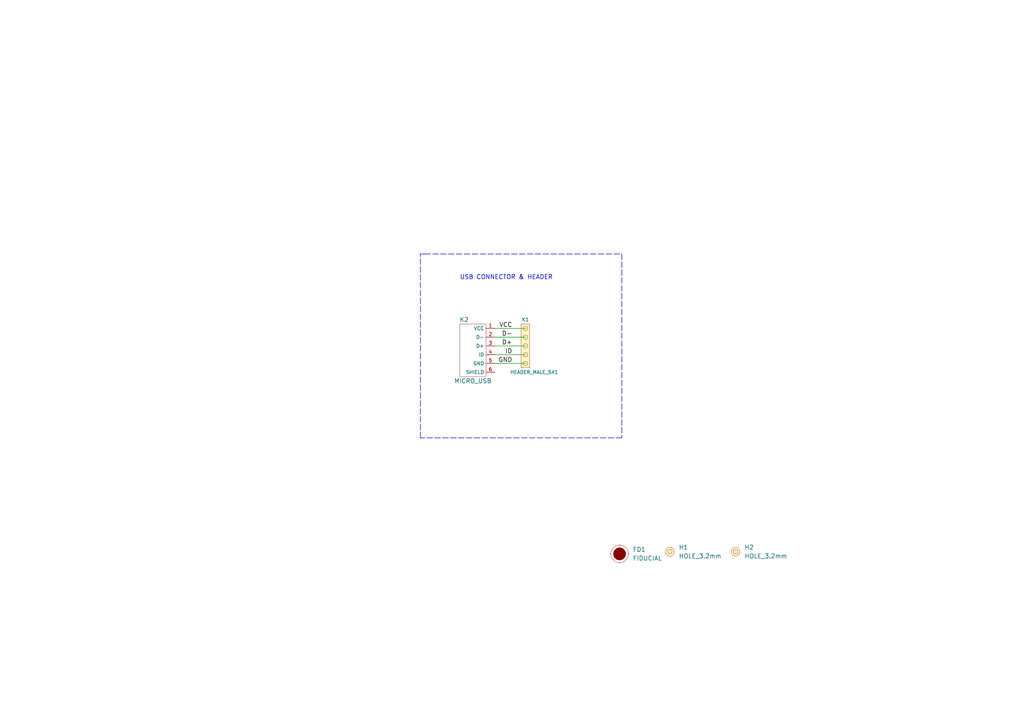
<source format=kicad_sch>
(kicad_sch (version 20210621) (generator eeschema)

  (uuid 9046809a-acba-44e3-93e3-83309058202b)

  (paper "A4")

  (title_block
    (title "Micro USB breakout")
    (date "2021-07-06")
    (rev "V1.1.1.")
    (company "SOLDERED")
    (comment 1 "333010")
  )

  (lib_symbols
    (symbol "e-radionica.com schematics:FIDUCIAL" (in_bom no) (on_board yes)
      (property "Reference" "FD" (id 0) (at 0 3.81 0)
        (effects (font (size 1.27 1.27)))
      )
      (property "Value" "FIDUCIAL" (id 1) (at 0 -3.81 0)
        (effects (font (size 1.27 1.27)))
      )
      (property "Footprint" "e-radionica.com footprinti:FIDUCIAL_23" (id 2) (at 0.254 -5.334 0)
        (effects (font (size 1.27 1.27)) hide)
      )
      (property "Datasheet" "" (id 3) (at 0 0 0)
        (effects (font (size 1.27 1.27)) hide)
      )
      (symbol "FIDUCIAL_0_1"
        (circle (center 0 0) (radius 2.54) (stroke (width 0.0006)) (fill (type none)))
        (circle (center 0 0) (radius 1.7961) (stroke (width 0.001)) (fill (type outline)))
        (polyline
          (pts
            (xy -2.54 0)
            (xy -2.794 0)
          )
          (stroke (width 0.0006)) (fill (type none))
        )
        (polyline
          (pts
            (xy 0 -2.54)
            (xy 0 -2.794)
          )
          (stroke (width 0.0006)) (fill (type none))
        )
        (polyline
          (pts
            (xy 0 2.54)
            (xy 0 2.794)
          )
          (stroke (width 0.0006)) (fill (type none))
        )
        (polyline
          (pts
            (xy 2.54 0)
            (xy 2.794 0)
          )
          (stroke (width 0.0006)) (fill (type none))
        )
      )
    )
    (symbol "e-radionica.com schematics:HEADER_MALE_5X1" (pin_numbers hide) (pin_names hide) (in_bom yes) (on_board yes)
      (property "Reference" "K" (id 0) (at -0.635 7.62 0)
        (effects (font (size 1 1)))
      )
      (property "Value" "HEADER_MALE_5X1" (id 1) (at 0.635 -7.62 0)
        (effects (font (size 1 1)))
      )
      (property "Footprint" "e-radionica.com footprinti:HEADER_MALE_5X1" (id 2) (at 0 0 0)
        (effects (font (size 1 1)) hide)
      )
      (property "Datasheet" "" (id 3) (at 0 0 0)
        (effects (font (size 1 1)) hide)
      )
      (symbol "HEADER_MALE_5X1_0_1"
        (circle (center 0 -5.08) (radius 0.635) (stroke (width 0.0006)) (fill (type none)))
        (circle (center 0 -2.54) (radius 0.635) (stroke (width 0.0006)) (fill (type none)))
        (circle (center 0 0) (radius 0.635) (stroke (width 0.0006)) (fill (type none)))
        (circle (center 0 2.54) (radius 0.635) (stroke (width 0.0006)) (fill (type none)))
        (circle (center 0 5.08) (radius 0.635) (stroke (width 0.0006)) (fill (type none)))
        (rectangle (start -1.27 6.35) (end 1.27 -6.35)
          (stroke (width 0.001)) (fill (type background))
        )
      )
      (symbol "HEADER_MALE_5X1_1_1"
        (pin passive line (at 0 -5.08 180) (length 0)
          (name "~" (effects (font (size 1 1))))
          (number "1" (effects (font (size 1 1))))
        )
        (pin passive line (at 0 -2.54 180) (length 0)
          (name "~" (effects (font (size 1 1))))
          (number "2" (effects (font (size 1 1))))
        )
        (pin passive line (at 0 0 180) (length 0)
          (name "~" (effects (font (size 1 1))))
          (number "3" (effects (font (size 1 1))))
        )
        (pin passive line (at 0 2.54 180) (length 0)
          (name "~" (effects (font (size 1 1))))
          (number "4" (effects (font (size 1 1))))
        )
        (pin passive line (at 0 5.08 180) (length 0)
          (name "~" (effects (font (size 0.991 0.991))))
          (number "5" (effects (font (size 0.991 0.991))))
        )
      )
    )
    (symbol "e-radionica.com schematics:HOLE_3.2mm" (pin_numbers hide) (pin_names hide) (in_bom yes) (on_board yes)
      (property "Reference" "H" (id 0) (at 0 2.54 0)
        (effects (font (size 1.27 1.27)))
      )
      (property "Value" "HOLE_3.2mm" (id 1) (at 0 -2.54 0)
        (effects (font (size 1.27 1.27)))
      )
      (property "Footprint" "e-radionica.com footprinti:HOLE_3.2mm" (id 2) (at 0 0 0)
        (effects (font (size 1.27 1.27)) hide)
      )
      (property "Datasheet" "" (id 3) (at 0 0 0)
        (effects (font (size 1.27 1.27)) hide)
      )
      (symbol "HOLE_3.2mm_0_1"
        (circle (center 0 0) (radius 0.635) (stroke (width 0.0006)) (fill (type none)))
        (circle (center 0 0) (radius 1.27) (stroke (width 0.001)) (fill (type background)))
      )
    )
    (symbol "e-radionica.com schematics:MICRO_USB" (in_bom yes) (on_board yes)
      (property "Reference" "K" (id 0) (at 0 -8.89 0)
        (effects (font (size 1.27 1.27)))
      )
      (property "Value" "MICRO_USB" (id 1) (at 0 10.16 0)
        (effects (font (size 1.27 1.27)))
      )
      (property "Footprint" "e-radionica.com footprinti:MICRO_USB" (id 2) (at 3.81 0 0)
        (effects (font (size 1.27 1.27)) hide)
      )
      (property "Datasheet" "" (id 3) (at 3.81 0 0)
        (effects (font (size 1.27 1.27)) hide)
      )
      (symbol "MICRO_USB_0_0"
        (text "" (at 3.7592 1.8288 0)
          (effects (font (size 1.27 1.27)))
        )
      )
      (symbol "MICRO_USB_0_1"
        (rectangle (start -3.81 7.62) (end 3.81 -7.62)
          (stroke (width 0.0006)) (fill (type none))
        )
      )
      (symbol "MICRO_USB_1_1"
        (pin passive line (at 6.35 6.35 180) (length 2.54)
          (name "VCC" (effects (font (size 1 1))))
          (number "1" (effects (font (size 1 1))))
        )
        (pin passive line (at 6.35 3.81 180) (length 2.54)
          (name "D-" (effects (font (size 1 1))))
          (number "2" (effects (font (size 1 1))))
        )
        (pin passive line (at 6.35 1.27 180) (length 2.54)
          (name "D+" (effects (font (size 1 1))))
          (number "3" (effects (font (size 1 1))))
        )
        (pin passive line (at 6.35 -1.27 180) (length 2.54)
          (name "ID" (effects (font (size 1 1))))
          (number "4" (effects (font (size 1 1))))
        )
        (pin passive line (at 6.35 -3.81 180) (length 2.54)
          (name "GND" (effects (font (size 1 1))))
          (number "5" (effects (font (size 1 1))))
        )
        (pin passive line (at 6.35 -6.35 180) (length 2.54)
          (name "SHIELD" (effects (font (size 1 1))))
          (number "6" (effects (font (size 1 1))))
        )
      )
    )
  )


  (wire (pts (xy 143.51 95.25) (xy 152.4 95.25))
    (stroke (width 0) (type solid) (color 0 0 0 0))
    (uuid 8da27371-4d02-472b-b765-43dfaa30b72d)
  )
  (wire (pts (xy 143.51 97.79) (xy 152.4 97.79))
    (stroke (width 0) (type solid) (color 0 0 0 0))
    (uuid 46264a54-a2e5-4459-99e4-5a18e101c8e9)
  )
  (wire (pts (xy 143.51 100.33) (xy 152.4 100.33))
    (stroke (width 0) (type solid) (color 0 0 0 0))
    (uuid c887c76f-91f3-4efd-9861-8aad9b7b1f6e)
  )
  (wire (pts (xy 143.51 102.87) (xy 152.4 102.87))
    (stroke (width 0) (type solid) (color 0 0 0 0))
    (uuid fa7db30c-91c1-4958-9377-a2a312c36340)
  )
  (wire (pts (xy 143.51 105.41) (xy 152.4 105.41))
    (stroke (width 0) (type solid) (color 0 0 0 0))
    (uuid 54cb1f5d-8435-43fb-af4a-bef9c5a2d257)
  )
  (polyline (pts (xy 121.92 73.66) (xy 123.19 73.66))
    (stroke (width 0) (type dash) (color 0 0 0 0))
    (uuid 39a556d4-3aad-4012-9235-3efc4c655b20)
  )
  (polyline (pts (xy 121.92 127) (xy 121.92 73.66))
    (stroke (width 0) (type dash) (color 0 0 0 0))
    (uuid 39a556d4-3aad-4012-9235-3efc4c655b20)
  )
  (polyline (pts (xy 123.19 73.66) (xy 180.34 73.66))
    (stroke (width 0) (type dash) (color 0 0 0 0))
    (uuid 39a556d4-3aad-4012-9235-3efc4c655b20)
  )
  (polyline (pts (xy 180.34 73.66) (xy 180.34 127))
    (stroke (width 0) (type dash) (color 0 0 0 0))
    (uuid 39a556d4-3aad-4012-9235-3efc4c655b20)
  )
  (polyline (pts (xy 180.34 127) (xy 121.92 127))
    (stroke (width 0) (type dash) (color 0 0 0 0))
    (uuid 39a556d4-3aad-4012-9235-3efc4c655b20)
  )

  (text "USB CONNECTOR & HEADER" (at 133.35 81.28 0)
    (effects (font (size 1.27 1.27)) (justify left bottom))
    (uuid 0d311911-ed16-4e5e-9d86-d9fa47047842)
  )

  (label "VCC" (at 148.59 95.25 180)
    (effects (font (size 1.27 1.27)) (justify right bottom))
    (uuid e97230b0-5dc3-4036-9707-44c8f8433181)
  )
  (label "D-" (at 148.59 97.79 180)
    (effects (font (size 1.27 1.27)) (justify right bottom))
    (uuid 33803e96-44bd-45f8-89cd-812101707007)
  )
  (label "D+" (at 148.59 100.33 180)
    (effects (font (size 1.27 1.27)) (justify right bottom))
    (uuid 443b4380-cbcf-4b18-a26a-8939f0799a96)
  )
  (label "ID" (at 148.59 102.87 180)
    (effects (font (size 1.27 1.27)) (justify right bottom))
    (uuid 8178717e-9423-4132-b9a3-8300e66ab270)
  )
  (label "GND" (at 148.59 105.41 180)
    (effects (font (size 1.27 1.27)) (justify right bottom))
    (uuid 262ce78d-44c6-4233-8611-4c640bca3f53)
  )

  (symbol (lib_id "e-radionica.com schematics:HOLE_3.2mm") (at 194.31 160.02 0) (unit 1)
    (in_bom yes) (on_board yes)
    (uuid 572684c9-662a-4df6-a9e7-05a2da3504b4)
    (property "Reference" "H1" (id 0) (at 196.85 158.75 0)
      (effects (font (size 1.27 1.27)) (justify left))
    )
    (property "Value" "HOLE_3.2mm" (id 1) (at 196.85 161.29 0)
      (effects (font (size 1.27 1.27)) (justify left))
    )
    (property "Footprint" "e-radionica.com footprinti:HOLE_3.2mm" (id 2) (at 194.31 160.02 0)
      (effects (font (size 1.27 1.27)) hide)
    )
    (property "Datasheet" "" (id 3) (at 194.31 160.02 0)
      (effects (font (size 1.27 1.27)) hide)
    )
  )

  (symbol (lib_id "e-radionica.com schematics:HOLE_3.2mm") (at 213.36 160.02 0) (unit 1)
    (in_bom yes) (on_board yes)
    (uuid 983f2c9a-51b7-4c6e-ae17-cd4c36b100f2)
    (property "Reference" "H2" (id 0) (at 215.9 158.75 0)
      (effects (font (size 1.27 1.27)) (justify left))
    )
    (property "Value" "HOLE_3.2mm" (id 1) (at 215.9 161.29 0)
      (effects (font (size 1.27 1.27)) (justify left))
    )
    (property "Footprint" "e-radionica.com footprinti:HOLE_3.2mm" (id 2) (at 213.36 160.02 0)
      (effects (font (size 1.27 1.27)) hide)
    )
    (property "Datasheet" "" (id 3) (at 213.36 160.02 0)
      (effects (font (size 1.27 1.27)) hide)
    )
  )

  (symbol (lib_id "e-radionica.com schematics:FIDUCIAL") (at 179.705 160.655 0) (unit 1)
    (in_bom no) (on_board yes) (fields_autoplaced)
    (uuid b6a3e562-ff37-4fdf-a1c7-e606547c5e46)
    (property "Reference" "FD1" (id 0) (at 183.515 159.3849 0)
      (effects (font (size 1.27 1.27)) (justify left))
    )
    (property "Value" "FIDUCIAL" (id 1) (at 183.515 161.9249 0)
      (effects (font (size 1.27 1.27)) (justify left))
    )
    (property "Footprint" "e-radionica.com footprinti:FIDUCIAL_23" (id 2) (at 179.959 165.989 0)
      (effects (font (size 1.27 1.27)) hide)
    )
    (property "Datasheet" "" (id 3) (at 179.705 160.655 0)
      (effects (font (size 1.27 1.27)) hide)
    )
  )

  (symbol (lib_id "e-radionica.com schematics:HEADER_MALE_5X1") (at 152.4 100.33 0) (unit 1)
    (in_bom yes) (on_board yes)
    (uuid fe477638-d414-4180-9759-95e65066c207)
    (property "Reference" "K1" (id 0) (at 152.4 92.71 0)
      (effects (font (size 1 1)))
    )
    (property "Value" "HEADER_MALE_5X1" (id 1) (at 154.94 107.95 0)
      (effects (font (size 1 1)))
    )
    (property "Footprint" "e-radionica.com footprinti:HEADER_MALE_5X1" (id 2) (at 152.4 100.33 0)
      (effects (font (size 1 1)) hide)
    )
    (property "Datasheet" "" (id 3) (at 152.4 100.33 0)
      (effects (font (size 1 1)) hide)
    )
    (pin "1" (uuid 7ea15c14-2874-43c1-befa-20c91fca7e77))
    (pin "2" (uuid c39c1afb-1db7-444b-93a1-428d3738928f))
    (pin "3" (uuid e9791585-2a26-4cda-97dd-c9e481ae1bf5))
    (pin "4" (uuid c5799685-9bf3-4735-9f8c-3afccc66ad77))
    (pin "5" (uuid 04964d03-dde4-42d8-ac41-5ea03071b3c0))
  )

  (symbol (lib_id "e-radionica.com schematics:MICRO_USB") (at 137.16 101.6 0) (unit 1)
    (in_bom yes) (on_board yes)
    (uuid ec60f9e3-8a46-46bc-8071-8f7c32a5e1e5)
    (property "Reference" "K2" (id 0) (at 134.62 92.71 0))
    (property "Value" "MICRO_USB" (id 1) (at 137.16 110.49 0))
    (property "Footprint" "e-radionica.com footprinti:MICRO_USB" (id 2) (at 140.97 101.6 0)
      (effects (font (size 1.27 1.27)) hide)
    )
    (property "Datasheet" "" (id 3) (at 140.97 101.6 0)
      (effects (font (size 1.27 1.27)) hide)
    )
    (pin "1" (uuid 171af608-f71b-4395-8766-f30baeaf6db0))
    (pin "2" (uuid 65f2ad2a-cf48-4a2c-b6b5-19fce4642ef8))
    (pin "3" (uuid 93ebd308-45fb-4b5d-8221-05d8b04c1025))
    (pin "4" (uuid c97c030b-bca2-4f32-9b81-d53ab1f03023))
    (pin "5" (uuid f198281d-5623-4fc8-9550-167d4f817005))
    (pin "6" (uuid a1f5e9f1-6913-4ce6-a0e3-6f2be419225a))
  )

  (sheet_instances
    (path "/" (page "1"))
  )

  (symbol_instances
    (path "/b6a3e562-ff37-4fdf-a1c7-e606547c5e46"
      (reference "FD1") (unit 1) (value "FIDUCIAL") (footprint "e-radionica.com footprinti:FIDUCIAL_23")
    )
    (path "/572684c9-662a-4df6-a9e7-05a2da3504b4"
      (reference "H1") (unit 1) (value "HOLE_3.2mm") (footprint "e-radionica.com footprinti:HOLE_3.2mm")
    )
    (path "/983f2c9a-51b7-4c6e-ae17-cd4c36b100f2"
      (reference "H2") (unit 1) (value "HOLE_3.2mm") (footprint "e-radionica.com footprinti:HOLE_3.2mm")
    )
    (path "/fe477638-d414-4180-9759-95e65066c207"
      (reference "K1") (unit 1) (value "HEADER_MALE_5X1") (footprint "e-radionica.com footprinti:HEADER_MALE_5X1")
    )
    (path "/ec60f9e3-8a46-46bc-8071-8f7c32a5e1e5"
      (reference "K2") (unit 1) (value "MICRO_USB") (footprint "e-radionica.com footprinti:MICRO_USB")
    )
  )
)

</source>
